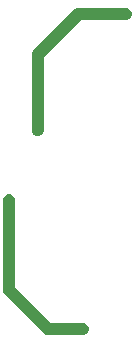
<source format=gbr>
%TF.GenerationSoftware,Altium Limited,Altium Designer,22.9.1 (49)*%
G04 Layer_Color=0*
%FSLAX45Y45*%
%MOMM*%
%TF.SameCoordinates,B7DE9D22-2107-43EB-A15B-9EDAE082944A*%
%TF.FilePolarity,Positive*%
%TF.FileFunction,NonPlated,1,4,NPTH,Drill*%
%TF.Part,Single*%
G01*
G75*
G36*
X5933618Y4993818D02*
X5930133Y4997302D01*
X5924657Y5005498D01*
X5920885Y5014604D01*
X5918962Y5024272D01*
Y5029200D01*
D01*
Y5791200D01*
Y5801153D01*
X5926580Y5819544D01*
X5940656Y5833620D01*
X5959047Y5841238D01*
X5978953D01*
X5997344Y5833620D01*
X6011420Y5819544D01*
X6019038Y5801153D01*
Y5791200D01*
D01*
Y5049926D01*
X6319926Y4749038D01*
X6591300D01*
X6601253D01*
X6619644Y4741420D01*
X6633720Y4727344D01*
X6641338Y4708953D01*
Y4699000D01*
Y4689047D01*
X6633720Y4670656D01*
X6619644Y4656580D01*
X6601253Y4648962D01*
X6591300D01*
D01*
X6299200D01*
X6294272D01*
X6284604Y4650885D01*
X6275498Y4654657D01*
X6267302Y4660133D01*
X6263818Y4663618D01*
X6263818Y4663618D01*
X6263843Y4663592D01*
X5933618Y4993818D01*
D02*
G37*
G36*
X6160262Y6380675D02*
Y7023100D01*
Y7028028D01*
X6162185Y7037695D01*
X6165957Y7046802D01*
X6171433Y7054997D01*
X6174918Y7058482D01*
X6174918D01*
X6174892Y7058457D01*
X6517843Y7401408D01*
X6517818Y7401382D01*
X6521302Y7404867D01*
X6529498Y7410343D01*
X6538604Y7414115D01*
X6548272Y7416038D01*
X6553200D01*
D01*
X6959600D01*
X6969553D01*
X6987944Y7408420D01*
X7002020Y7394344D01*
X7009638Y7375953D01*
Y7366000D01*
Y7356047D01*
X7002020Y7337656D01*
X6987944Y7323580D01*
X6969553Y7315962D01*
X6959600D01*
D01*
X6573926D01*
X6260338Y7002374D01*
Y6380675D01*
Y6370721D01*
X6252720Y6352330D01*
X6238644Y6338254D01*
X6220253Y6330637D01*
X6200347D01*
X6181956Y6338254D01*
X6167880Y6352330D01*
X6160262Y6370721D01*
Y6380675D01*
D01*
D02*
G37*
%TF.MD5,90d675e78534e13925fc3a4752256cb2*%
M02*

</source>
